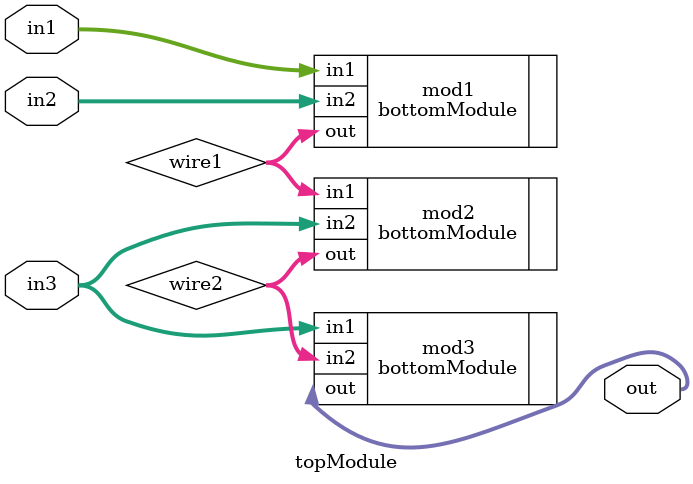
<source format=v>
`timescale 1ns / 1ps


module topModule (
        output [7:0] out,
        input [7:0] in1,
        input [7:0] in2,
        input [7:0] in3 );
    wire [7:0] wire1 , wire2;
    bottomModule mod1(
                .out(wire1),
                .in1(in1),
                .in2(in2)),
                 mod2(
                .out(wire2),
                .in1(wire1),
                .in2(in3)),
                 mod3(
                .out(out),
                .in1(in3),
                .in2(wire2));
endmodule
</source>
